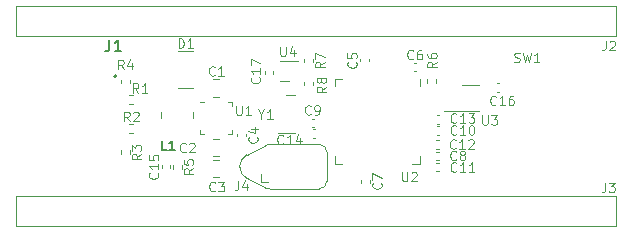
<source format=gbr>
%TF.GenerationSoftware,KiCad,Pcbnew,8.0.0-rc2-179-gceb8beb8c4*%
%TF.CreationDate,2024-02-16T13:12:57+01:00*%
%TF.ProjectId,CAT_MEP,4341545f-4d45-4502-9e6b-696361645f70,rev?*%
%TF.SameCoordinates,Original*%
%TF.FileFunction,Legend,Top*%
%TF.FilePolarity,Positive*%
%FSLAX46Y46*%
G04 Gerber Fmt 4.6, Leading zero omitted, Abs format (unit mm)*
G04 Created by KiCad (PCBNEW 8.0.0-rc2-179-gceb8beb8c4) date 2024-02-16 13:12:57*
%MOMM*%
%LPD*%
G01*
G04 APERTURE LIST*
%ADD10C,0.150000*%
%ADD11C,0.120000*%
%ADD12C,0.200000*%
%ADD13C,0.100000*%
G04 APERTURE END LIST*
D10*
X107666666Y-45454819D02*
X107666666Y-46169104D01*
X107666666Y-46169104D02*
X107619047Y-46311961D01*
X107619047Y-46311961D02*
X107523809Y-46407200D01*
X107523809Y-46407200D02*
X107380952Y-46454819D01*
X107380952Y-46454819D02*
X107285714Y-46454819D01*
X108666666Y-46454819D02*
X108095238Y-46454819D01*
X108380952Y-46454819D02*
X108380952Y-45454819D01*
X108380952Y-45454819D02*
X108285714Y-45597676D01*
X108285714Y-45597676D02*
X108190476Y-45692914D01*
X108190476Y-45692914D02*
X108095238Y-45740533D01*
D11*
X118583333Y-57413855D02*
X118583333Y-57985283D01*
X118583333Y-57985283D02*
X118545238Y-58099569D01*
X118545238Y-58099569D02*
X118469047Y-58175760D01*
X118469047Y-58175760D02*
X118354762Y-58213855D01*
X118354762Y-58213855D02*
X118278571Y-58213855D01*
X119307143Y-57680521D02*
X119307143Y-58213855D01*
X119116667Y-57375760D02*
X118926190Y-57947188D01*
X118926190Y-57947188D02*
X119421429Y-57947188D01*
X108866668Y-47963854D02*
X108600001Y-47582901D01*
X108409525Y-47963854D02*
X108409525Y-47163854D01*
X108409525Y-47163854D02*
X108714287Y-47163854D01*
X108714287Y-47163854D02*
X108790477Y-47201949D01*
X108790477Y-47201949D02*
X108828572Y-47240044D01*
X108828572Y-47240044D02*
X108866668Y-47316235D01*
X108866668Y-47316235D02*
X108866668Y-47430520D01*
X108866668Y-47430520D02*
X108828572Y-47506711D01*
X108828572Y-47506711D02*
X108790477Y-47544806D01*
X108790477Y-47544806D02*
X108714287Y-47582901D01*
X108714287Y-47582901D02*
X108409525Y-47582901D01*
X109552382Y-47430520D02*
X109552382Y-47963854D01*
X109361906Y-47125759D02*
X109171429Y-47697187D01*
X109171429Y-47697187D02*
X109666668Y-47697187D01*
X122385714Y-54237664D02*
X122347618Y-54275760D01*
X122347618Y-54275760D02*
X122233333Y-54313855D01*
X122233333Y-54313855D02*
X122157142Y-54313855D01*
X122157142Y-54313855D02*
X122042856Y-54275760D01*
X122042856Y-54275760D02*
X121966666Y-54199569D01*
X121966666Y-54199569D02*
X121928571Y-54123379D01*
X121928571Y-54123379D02*
X121890475Y-53970998D01*
X121890475Y-53970998D02*
X121890475Y-53856712D01*
X121890475Y-53856712D02*
X121928571Y-53704331D01*
X121928571Y-53704331D02*
X121966666Y-53628140D01*
X121966666Y-53628140D02*
X122042856Y-53551950D01*
X122042856Y-53551950D02*
X122157142Y-53513855D01*
X122157142Y-53513855D02*
X122233333Y-53513855D01*
X122233333Y-53513855D02*
X122347618Y-53551950D01*
X122347618Y-53551950D02*
X122385714Y-53590045D01*
X123147618Y-54313855D02*
X122690475Y-54313855D01*
X122919047Y-54313855D02*
X122919047Y-53513855D01*
X122919047Y-53513855D02*
X122842856Y-53628140D01*
X122842856Y-53628140D02*
X122766666Y-53704331D01*
X122766666Y-53704331D02*
X122690475Y-53742426D01*
X123833333Y-53780521D02*
X123833333Y-54313855D01*
X123642857Y-53475760D02*
X123452380Y-54047188D01*
X123452380Y-54047188D02*
X123947619Y-54047188D01*
X124716667Y-51737664D02*
X124678571Y-51775760D01*
X124678571Y-51775760D02*
X124564286Y-51813855D01*
X124564286Y-51813855D02*
X124488095Y-51813855D01*
X124488095Y-51813855D02*
X124373809Y-51775760D01*
X124373809Y-51775760D02*
X124297619Y-51699569D01*
X124297619Y-51699569D02*
X124259524Y-51623379D01*
X124259524Y-51623379D02*
X124221428Y-51470998D01*
X124221428Y-51470998D02*
X124221428Y-51356712D01*
X124221428Y-51356712D02*
X124259524Y-51204331D01*
X124259524Y-51204331D02*
X124297619Y-51128140D01*
X124297619Y-51128140D02*
X124373809Y-51051950D01*
X124373809Y-51051950D02*
X124488095Y-51013855D01*
X124488095Y-51013855D02*
X124564286Y-51013855D01*
X124564286Y-51013855D02*
X124678571Y-51051950D01*
X124678571Y-51051950D02*
X124716667Y-51090045D01*
X125097619Y-51813855D02*
X125250000Y-51813855D01*
X125250000Y-51813855D02*
X125326190Y-51775760D01*
X125326190Y-51775760D02*
X125364286Y-51737664D01*
X125364286Y-51737664D02*
X125440476Y-51623379D01*
X125440476Y-51623379D02*
X125478571Y-51470998D01*
X125478571Y-51470998D02*
X125478571Y-51166236D01*
X125478571Y-51166236D02*
X125440476Y-51090045D01*
X125440476Y-51090045D02*
X125402381Y-51051950D01*
X125402381Y-51051950D02*
X125326190Y-51013855D01*
X125326190Y-51013855D02*
X125173809Y-51013855D01*
X125173809Y-51013855D02*
X125097619Y-51051950D01*
X125097619Y-51051950D02*
X125059524Y-51090045D01*
X125059524Y-51090045D02*
X125021428Y-51166236D01*
X125021428Y-51166236D02*
X125021428Y-51356712D01*
X125021428Y-51356712D02*
X125059524Y-51432902D01*
X125059524Y-51432902D02*
X125097619Y-51470998D01*
X125097619Y-51470998D02*
X125173809Y-51509093D01*
X125173809Y-51509093D02*
X125326190Y-51509093D01*
X125326190Y-51509093D02*
X125402381Y-51470998D01*
X125402381Y-51470998D02*
X125440476Y-51432902D01*
X125440476Y-51432902D02*
X125478571Y-51356712D01*
X126013855Y-49433332D02*
X125632902Y-49699999D01*
X126013855Y-49890475D02*
X125213855Y-49890475D01*
X125213855Y-49890475D02*
X125213855Y-49585713D01*
X125213855Y-49585713D02*
X125251950Y-49509523D01*
X125251950Y-49509523D02*
X125290045Y-49471428D01*
X125290045Y-49471428D02*
X125366236Y-49433332D01*
X125366236Y-49433332D02*
X125480521Y-49433332D01*
X125480521Y-49433332D02*
X125556712Y-49471428D01*
X125556712Y-49471428D02*
X125594807Y-49509523D01*
X125594807Y-49509523D02*
X125632902Y-49585713D01*
X125632902Y-49585713D02*
X125632902Y-49890475D01*
X125556712Y-48976190D02*
X125518617Y-49052380D01*
X125518617Y-49052380D02*
X125480521Y-49090475D01*
X125480521Y-49090475D02*
X125404331Y-49128571D01*
X125404331Y-49128571D02*
X125366236Y-49128571D01*
X125366236Y-49128571D02*
X125290045Y-49090475D01*
X125290045Y-49090475D02*
X125251950Y-49052380D01*
X125251950Y-49052380D02*
X125213855Y-48976190D01*
X125213855Y-48976190D02*
X125213855Y-48823809D01*
X125213855Y-48823809D02*
X125251950Y-48747618D01*
X125251950Y-48747618D02*
X125290045Y-48709523D01*
X125290045Y-48709523D02*
X125366236Y-48671428D01*
X125366236Y-48671428D02*
X125404331Y-48671428D01*
X125404331Y-48671428D02*
X125480521Y-48709523D01*
X125480521Y-48709523D02*
X125518617Y-48747618D01*
X125518617Y-48747618D02*
X125556712Y-48823809D01*
X125556712Y-48823809D02*
X125556712Y-48976190D01*
X125556712Y-48976190D02*
X125594807Y-49052380D01*
X125594807Y-49052380D02*
X125632902Y-49090475D01*
X125632902Y-49090475D02*
X125709093Y-49128571D01*
X125709093Y-49128571D02*
X125861474Y-49128571D01*
X125861474Y-49128571D02*
X125937664Y-49090475D01*
X125937664Y-49090475D02*
X125975760Y-49052380D01*
X125975760Y-49052380D02*
X126013855Y-48976190D01*
X126013855Y-48976190D02*
X126013855Y-48823809D01*
X126013855Y-48823809D02*
X125975760Y-48747618D01*
X125975760Y-48747618D02*
X125937664Y-48709523D01*
X125937664Y-48709523D02*
X125861474Y-48671428D01*
X125861474Y-48671428D02*
X125709093Y-48671428D01*
X125709093Y-48671428D02*
X125632902Y-48709523D01*
X125632902Y-48709523D02*
X125594807Y-48747618D01*
X125594807Y-48747618D02*
X125556712Y-48823809D01*
X122140476Y-46063855D02*
X122140476Y-46711474D01*
X122140476Y-46711474D02*
X122178571Y-46787664D01*
X122178571Y-46787664D02*
X122216666Y-46825760D01*
X122216666Y-46825760D02*
X122292857Y-46863855D01*
X122292857Y-46863855D02*
X122445238Y-46863855D01*
X122445238Y-46863855D02*
X122521428Y-46825760D01*
X122521428Y-46825760D02*
X122559523Y-46787664D01*
X122559523Y-46787664D02*
X122597619Y-46711474D01*
X122597619Y-46711474D02*
X122597619Y-46063855D01*
X123321428Y-46330521D02*
X123321428Y-46863855D01*
X123130952Y-46025760D02*
X122940475Y-46597188D01*
X122940475Y-46597188D02*
X123435714Y-46597188D01*
X120337664Y-48664285D02*
X120375760Y-48702381D01*
X120375760Y-48702381D02*
X120413855Y-48816666D01*
X120413855Y-48816666D02*
X120413855Y-48892857D01*
X120413855Y-48892857D02*
X120375760Y-49007143D01*
X120375760Y-49007143D02*
X120299569Y-49083333D01*
X120299569Y-49083333D02*
X120223379Y-49121428D01*
X120223379Y-49121428D02*
X120070998Y-49159524D01*
X120070998Y-49159524D02*
X119956712Y-49159524D01*
X119956712Y-49159524D02*
X119804331Y-49121428D01*
X119804331Y-49121428D02*
X119728140Y-49083333D01*
X119728140Y-49083333D02*
X119651950Y-49007143D01*
X119651950Y-49007143D02*
X119613855Y-48892857D01*
X119613855Y-48892857D02*
X119613855Y-48816666D01*
X119613855Y-48816666D02*
X119651950Y-48702381D01*
X119651950Y-48702381D02*
X119690045Y-48664285D01*
X120413855Y-47902381D02*
X120413855Y-48359524D01*
X120413855Y-48130952D02*
X119613855Y-48130952D01*
X119613855Y-48130952D02*
X119728140Y-48207143D01*
X119728140Y-48207143D02*
X119804331Y-48283333D01*
X119804331Y-48283333D02*
X119842426Y-48359524D01*
X119613855Y-47635714D02*
X119613855Y-47102380D01*
X119613855Y-47102380D02*
X120413855Y-47445238D01*
X149683333Y-45563855D02*
X149683333Y-46135283D01*
X149683333Y-46135283D02*
X149645238Y-46249569D01*
X149645238Y-46249569D02*
X149569047Y-46325760D01*
X149569047Y-46325760D02*
X149454762Y-46363855D01*
X149454762Y-46363855D02*
X149378571Y-46363855D01*
X150026190Y-45640045D02*
X150064286Y-45601950D01*
X150064286Y-45601950D02*
X150140476Y-45563855D01*
X150140476Y-45563855D02*
X150330952Y-45563855D01*
X150330952Y-45563855D02*
X150407143Y-45601950D01*
X150407143Y-45601950D02*
X150445238Y-45640045D01*
X150445238Y-45640045D02*
X150483333Y-45716236D01*
X150483333Y-45716236D02*
X150483333Y-45792426D01*
X150483333Y-45792426D02*
X150445238Y-45906712D01*
X150445238Y-45906712D02*
X149988095Y-46363855D01*
X149988095Y-46363855D02*
X150483333Y-46363855D01*
X136985714Y-54637664D02*
X136947618Y-54675760D01*
X136947618Y-54675760D02*
X136833333Y-54713855D01*
X136833333Y-54713855D02*
X136757142Y-54713855D01*
X136757142Y-54713855D02*
X136642856Y-54675760D01*
X136642856Y-54675760D02*
X136566666Y-54599569D01*
X136566666Y-54599569D02*
X136528571Y-54523379D01*
X136528571Y-54523379D02*
X136490475Y-54370998D01*
X136490475Y-54370998D02*
X136490475Y-54256712D01*
X136490475Y-54256712D02*
X136528571Y-54104331D01*
X136528571Y-54104331D02*
X136566666Y-54028140D01*
X136566666Y-54028140D02*
X136642856Y-53951950D01*
X136642856Y-53951950D02*
X136757142Y-53913855D01*
X136757142Y-53913855D02*
X136833333Y-53913855D01*
X136833333Y-53913855D02*
X136947618Y-53951950D01*
X136947618Y-53951950D02*
X136985714Y-53990045D01*
X137747618Y-54713855D02*
X137290475Y-54713855D01*
X137519047Y-54713855D02*
X137519047Y-53913855D01*
X137519047Y-53913855D02*
X137442856Y-54028140D01*
X137442856Y-54028140D02*
X137366666Y-54104331D01*
X137366666Y-54104331D02*
X137290475Y-54142426D01*
X138052380Y-53990045D02*
X138090476Y-53951950D01*
X138090476Y-53951950D02*
X138166666Y-53913855D01*
X138166666Y-53913855D02*
X138357142Y-53913855D01*
X138357142Y-53913855D02*
X138433333Y-53951950D01*
X138433333Y-53951950D02*
X138471428Y-53990045D01*
X138471428Y-53990045D02*
X138509523Y-54066236D01*
X138509523Y-54066236D02*
X138509523Y-54142426D01*
X138509523Y-54142426D02*
X138471428Y-54256712D01*
X138471428Y-54256712D02*
X138014285Y-54713855D01*
X138014285Y-54713855D02*
X138509523Y-54713855D01*
X116566667Y-48437664D02*
X116528571Y-48475760D01*
X116528571Y-48475760D02*
X116414286Y-48513855D01*
X116414286Y-48513855D02*
X116338095Y-48513855D01*
X116338095Y-48513855D02*
X116223809Y-48475760D01*
X116223809Y-48475760D02*
X116147619Y-48399569D01*
X116147619Y-48399569D02*
X116109524Y-48323379D01*
X116109524Y-48323379D02*
X116071428Y-48170998D01*
X116071428Y-48170998D02*
X116071428Y-48056712D01*
X116071428Y-48056712D02*
X116109524Y-47904331D01*
X116109524Y-47904331D02*
X116147619Y-47828140D01*
X116147619Y-47828140D02*
X116223809Y-47751950D01*
X116223809Y-47751950D02*
X116338095Y-47713855D01*
X116338095Y-47713855D02*
X116414286Y-47713855D01*
X116414286Y-47713855D02*
X116528571Y-47751950D01*
X116528571Y-47751950D02*
X116566667Y-47790045D01*
X117328571Y-48513855D02*
X116871428Y-48513855D01*
X117100000Y-48513855D02*
X117100000Y-47713855D01*
X117100000Y-47713855D02*
X117023809Y-47828140D01*
X117023809Y-47828140D02*
X116947619Y-47904331D01*
X116947619Y-47904331D02*
X116871428Y-47942426D01*
X110116667Y-49963855D02*
X109850000Y-49582902D01*
X109659524Y-49963855D02*
X109659524Y-49163855D01*
X109659524Y-49163855D02*
X109964286Y-49163855D01*
X109964286Y-49163855D02*
X110040476Y-49201950D01*
X110040476Y-49201950D02*
X110078571Y-49240045D01*
X110078571Y-49240045D02*
X110116667Y-49316236D01*
X110116667Y-49316236D02*
X110116667Y-49430521D01*
X110116667Y-49430521D02*
X110078571Y-49506712D01*
X110078571Y-49506712D02*
X110040476Y-49544807D01*
X110040476Y-49544807D02*
X109964286Y-49582902D01*
X109964286Y-49582902D02*
X109659524Y-49582902D01*
X110878571Y-49963855D02*
X110421428Y-49963855D01*
X110650000Y-49963855D02*
X110650000Y-49163855D01*
X110650000Y-49163855D02*
X110573809Y-49278140D01*
X110573809Y-49278140D02*
X110497619Y-49354331D01*
X110497619Y-49354331D02*
X110421428Y-49392426D01*
X120519048Y-51782902D02*
X120519048Y-52163855D01*
X120252381Y-51363855D02*
X120519048Y-51782902D01*
X120519048Y-51782902D02*
X120785714Y-51363855D01*
X121471428Y-52163855D02*
X121014285Y-52163855D01*
X121242857Y-52163855D02*
X121242857Y-51363855D01*
X121242857Y-51363855D02*
X121166666Y-51478140D01*
X121166666Y-51478140D02*
X121090476Y-51554331D01*
X121090476Y-51554331D02*
X121014285Y-51592426D01*
X137016667Y-55587664D02*
X136978571Y-55625760D01*
X136978571Y-55625760D02*
X136864286Y-55663855D01*
X136864286Y-55663855D02*
X136788095Y-55663855D01*
X136788095Y-55663855D02*
X136673809Y-55625760D01*
X136673809Y-55625760D02*
X136597619Y-55549569D01*
X136597619Y-55549569D02*
X136559524Y-55473379D01*
X136559524Y-55473379D02*
X136521428Y-55320998D01*
X136521428Y-55320998D02*
X136521428Y-55206712D01*
X136521428Y-55206712D02*
X136559524Y-55054331D01*
X136559524Y-55054331D02*
X136597619Y-54978140D01*
X136597619Y-54978140D02*
X136673809Y-54901950D01*
X136673809Y-54901950D02*
X136788095Y-54863855D01*
X136788095Y-54863855D02*
X136864286Y-54863855D01*
X136864286Y-54863855D02*
X136978571Y-54901950D01*
X136978571Y-54901950D02*
X137016667Y-54940045D01*
X137473809Y-55206712D02*
X137397619Y-55168617D01*
X137397619Y-55168617D02*
X137359524Y-55130521D01*
X137359524Y-55130521D02*
X137321428Y-55054331D01*
X137321428Y-55054331D02*
X137321428Y-55016236D01*
X137321428Y-55016236D02*
X137359524Y-54940045D01*
X137359524Y-54940045D02*
X137397619Y-54901950D01*
X137397619Y-54901950D02*
X137473809Y-54863855D01*
X137473809Y-54863855D02*
X137626190Y-54863855D01*
X137626190Y-54863855D02*
X137702381Y-54901950D01*
X137702381Y-54901950D02*
X137740476Y-54940045D01*
X137740476Y-54940045D02*
X137778571Y-55016236D01*
X137778571Y-55016236D02*
X137778571Y-55054331D01*
X137778571Y-55054331D02*
X137740476Y-55130521D01*
X137740476Y-55130521D02*
X137702381Y-55168617D01*
X137702381Y-55168617D02*
X137626190Y-55206712D01*
X137626190Y-55206712D02*
X137473809Y-55206712D01*
X137473809Y-55206712D02*
X137397619Y-55244807D01*
X137397619Y-55244807D02*
X137359524Y-55282902D01*
X137359524Y-55282902D02*
X137321428Y-55359093D01*
X137321428Y-55359093D02*
X137321428Y-55511474D01*
X137321428Y-55511474D02*
X137359524Y-55587664D01*
X137359524Y-55587664D02*
X137397619Y-55625760D01*
X137397619Y-55625760D02*
X137473809Y-55663855D01*
X137473809Y-55663855D02*
X137626190Y-55663855D01*
X137626190Y-55663855D02*
X137702381Y-55625760D01*
X137702381Y-55625760D02*
X137740476Y-55587664D01*
X137740476Y-55587664D02*
X137778571Y-55511474D01*
X137778571Y-55511474D02*
X137778571Y-55359093D01*
X137778571Y-55359093D02*
X137740476Y-55282902D01*
X137740476Y-55282902D02*
X137702381Y-55244807D01*
X137702381Y-55244807D02*
X137626190Y-55206712D01*
D10*
X112516666Y-54812295D02*
X112135714Y-54812295D01*
X112135714Y-54812295D02*
X112135714Y-54012295D01*
X113202380Y-54812295D02*
X112745237Y-54812295D01*
X112973809Y-54812295D02*
X112973809Y-54012295D01*
X112973809Y-54012295D02*
X112897618Y-54126580D01*
X112897618Y-54126580D02*
X112821428Y-54202771D01*
X112821428Y-54202771D02*
X112745237Y-54240866D01*
D11*
X114116667Y-54937664D02*
X114078571Y-54975760D01*
X114078571Y-54975760D02*
X113964286Y-55013855D01*
X113964286Y-55013855D02*
X113888095Y-55013855D01*
X113888095Y-55013855D02*
X113773809Y-54975760D01*
X113773809Y-54975760D02*
X113697619Y-54899569D01*
X113697619Y-54899569D02*
X113659524Y-54823379D01*
X113659524Y-54823379D02*
X113621428Y-54670998D01*
X113621428Y-54670998D02*
X113621428Y-54556712D01*
X113621428Y-54556712D02*
X113659524Y-54404331D01*
X113659524Y-54404331D02*
X113697619Y-54328140D01*
X113697619Y-54328140D02*
X113773809Y-54251950D01*
X113773809Y-54251950D02*
X113888095Y-54213855D01*
X113888095Y-54213855D02*
X113964286Y-54213855D01*
X113964286Y-54213855D02*
X114078571Y-54251950D01*
X114078571Y-54251950D02*
X114116667Y-54290045D01*
X114421428Y-54290045D02*
X114459524Y-54251950D01*
X114459524Y-54251950D02*
X114535714Y-54213855D01*
X114535714Y-54213855D02*
X114726190Y-54213855D01*
X114726190Y-54213855D02*
X114802381Y-54251950D01*
X114802381Y-54251950D02*
X114840476Y-54290045D01*
X114840476Y-54290045D02*
X114878571Y-54366236D01*
X114878571Y-54366236D02*
X114878571Y-54442426D01*
X114878571Y-54442426D02*
X114840476Y-54556712D01*
X114840476Y-54556712D02*
X114383333Y-55013855D01*
X114383333Y-55013855D02*
X114878571Y-55013855D01*
X149633334Y-57563854D02*
X149633334Y-58135282D01*
X149633334Y-58135282D02*
X149595239Y-58249568D01*
X149595239Y-58249568D02*
X149519048Y-58325759D01*
X149519048Y-58325759D02*
X149404763Y-58363854D01*
X149404763Y-58363854D02*
X149328572Y-58363854D01*
X149938096Y-57563854D02*
X150433334Y-57563854D01*
X150433334Y-57563854D02*
X150166668Y-57868616D01*
X150166668Y-57868616D02*
X150280953Y-57868616D01*
X150280953Y-57868616D02*
X150357144Y-57906711D01*
X150357144Y-57906711D02*
X150395239Y-57944806D01*
X150395239Y-57944806D02*
X150433334Y-58020997D01*
X150433334Y-58020997D02*
X150433334Y-58211473D01*
X150433334Y-58211473D02*
X150395239Y-58287663D01*
X150395239Y-58287663D02*
X150357144Y-58325759D01*
X150357144Y-58325759D02*
X150280953Y-58363854D01*
X150280953Y-58363854D02*
X150052382Y-58363854D01*
X150052382Y-58363854D02*
X149976191Y-58325759D01*
X149976191Y-58325759D02*
X149938096Y-58287663D01*
X130639629Y-57595774D02*
X130677725Y-57633870D01*
X130677725Y-57633870D02*
X130715820Y-57748155D01*
X130715820Y-57748155D02*
X130715820Y-57824346D01*
X130715820Y-57824346D02*
X130677725Y-57938632D01*
X130677725Y-57938632D02*
X130601534Y-58014822D01*
X130601534Y-58014822D02*
X130525344Y-58052917D01*
X130525344Y-58052917D02*
X130372963Y-58091013D01*
X130372963Y-58091013D02*
X130258677Y-58091013D01*
X130258677Y-58091013D02*
X130106296Y-58052917D01*
X130106296Y-58052917D02*
X130030105Y-58014822D01*
X130030105Y-58014822D02*
X129953915Y-57938632D01*
X129953915Y-57938632D02*
X129915820Y-57824346D01*
X129915820Y-57824346D02*
X129915820Y-57748155D01*
X129915820Y-57748155D02*
X129953915Y-57633870D01*
X129953915Y-57633870D02*
X129992010Y-57595774D01*
X129915820Y-57329108D02*
X129915820Y-56795774D01*
X129915820Y-56795774D02*
X130715820Y-57138632D01*
X114763855Y-56353332D02*
X114382902Y-56619999D01*
X114763855Y-56810475D02*
X113963855Y-56810475D01*
X113963855Y-56810475D02*
X113963855Y-56505713D01*
X113963855Y-56505713D02*
X114001950Y-56429523D01*
X114001950Y-56429523D02*
X114040045Y-56391428D01*
X114040045Y-56391428D02*
X114116236Y-56353332D01*
X114116236Y-56353332D02*
X114230521Y-56353332D01*
X114230521Y-56353332D02*
X114306712Y-56391428D01*
X114306712Y-56391428D02*
X114344807Y-56429523D01*
X114344807Y-56429523D02*
X114382902Y-56505713D01*
X114382902Y-56505713D02*
X114382902Y-56810475D01*
X113963855Y-55629523D02*
X113963855Y-56010475D01*
X113963855Y-56010475D02*
X114344807Y-56048571D01*
X114344807Y-56048571D02*
X114306712Y-56010475D01*
X114306712Y-56010475D02*
X114268617Y-55934285D01*
X114268617Y-55934285D02*
X114268617Y-55743809D01*
X114268617Y-55743809D02*
X114306712Y-55667618D01*
X114306712Y-55667618D02*
X114344807Y-55629523D01*
X114344807Y-55629523D02*
X114420998Y-55591428D01*
X114420998Y-55591428D02*
X114611474Y-55591428D01*
X114611474Y-55591428D02*
X114687664Y-55629523D01*
X114687664Y-55629523D02*
X114725760Y-55667618D01*
X114725760Y-55667618D02*
X114763855Y-55743809D01*
X114763855Y-55743809D02*
X114763855Y-55934285D01*
X114763855Y-55934285D02*
X114725760Y-56010475D01*
X114725760Y-56010475D02*
X114687664Y-56048571D01*
X113509524Y-46163855D02*
X113509524Y-45363855D01*
X113509524Y-45363855D02*
X113700000Y-45363855D01*
X113700000Y-45363855D02*
X113814286Y-45401950D01*
X113814286Y-45401950D02*
X113890476Y-45478140D01*
X113890476Y-45478140D02*
X113928571Y-45554331D01*
X113928571Y-45554331D02*
X113966667Y-45706712D01*
X113966667Y-45706712D02*
X113966667Y-45820998D01*
X113966667Y-45820998D02*
X113928571Y-45973379D01*
X113928571Y-45973379D02*
X113890476Y-46049569D01*
X113890476Y-46049569D02*
X113814286Y-46125760D01*
X113814286Y-46125760D02*
X113700000Y-46163855D01*
X113700000Y-46163855D02*
X113509524Y-46163855D01*
X114728571Y-46163855D02*
X114271428Y-46163855D01*
X114500000Y-46163855D02*
X114500000Y-45363855D01*
X114500000Y-45363855D02*
X114423809Y-45478140D01*
X114423809Y-45478140D02*
X114347619Y-45554331D01*
X114347619Y-45554331D02*
X114271428Y-45592426D01*
X118390476Y-51063855D02*
X118390476Y-51711474D01*
X118390476Y-51711474D02*
X118428571Y-51787664D01*
X118428571Y-51787664D02*
X118466666Y-51825760D01*
X118466666Y-51825760D02*
X118542857Y-51863855D01*
X118542857Y-51863855D02*
X118695238Y-51863855D01*
X118695238Y-51863855D02*
X118771428Y-51825760D01*
X118771428Y-51825760D02*
X118809523Y-51787664D01*
X118809523Y-51787664D02*
X118847619Y-51711474D01*
X118847619Y-51711474D02*
X118847619Y-51063855D01*
X119647618Y-51863855D02*
X119190475Y-51863855D01*
X119419047Y-51863855D02*
X119419047Y-51063855D01*
X119419047Y-51063855D02*
X119342856Y-51178140D01*
X119342856Y-51178140D02*
X119266666Y-51254331D01*
X119266666Y-51254331D02*
X119190475Y-51292426D01*
X135363855Y-47333332D02*
X134982902Y-47599999D01*
X135363855Y-47790475D02*
X134563855Y-47790475D01*
X134563855Y-47790475D02*
X134563855Y-47485713D01*
X134563855Y-47485713D02*
X134601950Y-47409523D01*
X134601950Y-47409523D02*
X134640045Y-47371428D01*
X134640045Y-47371428D02*
X134716236Y-47333332D01*
X134716236Y-47333332D02*
X134830521Y-47333332D01*
X134830521Y-47333332D02*
X134906712Y-47371428D01*
X134906712Y-47371428D02*
X134944807Y-47409523D01*
X134944807Y-47409523D02*
X134982902Y-47485713D01*
X134982902Y-47485713D02*
X134982902Y-47790475D01*
X134563855Y-46647618D02*
X134563855Y-46799999D01*
X134563855Y-46799999D02*
X134601950Y-46876190D01*
X134601950Y-46876190D02*
X134640045Y-46914285D01*
X134640045Y-46914285D02*
X134754331Y-46990475D01*
X134754331Y-46990475D02*
X134906712Y-47028571D01*
X134906712Y-47028571D02*
X135211474Y-47028571D01*
X135211474Y-47028571D02*
X135287664Y-46990475D01*
X135287664Y-46990475D02*
X135325760Y-46952380D01*
X135325760Y-46952380D02*
X135363855Y-46876190D01*
X135363855Y-46876190D02*
X135363855Y-46723809D01*
X135363855Y-46723809D02*
X135325760Y-46647618D01*
X135325760Y-46647618D02*
X135287664Y-46609523D01*
X135287664Y-46609523D02*
X135211474Y-46571428D01*
X135211474Y-46571428D02*
X135020998Y-46571428D01*
X135020998Y-46571428D02*
X134944807Y-46609523D01*
X134944807Y-46609523D02*
X134906712Y-46647618D01*
X134906712Y-46647618D02*
X134868617Y-46723809D01*
X134868617Y-46723809D02*
X134868617Y-46876190D01*
X134868617Y-46876190D02*
X134906712Y-46952380D01*
X134906712Y-46952380D02*
X134944807Y-46990475D01*
X134944807Y-46990475D02*
X135020998Y-47028571D01*
X139240476Y-51863855D02*
X139240476Y-52511474D01*
X139240476Y-52511474D02*
X139278571Y-52587664D01*
X139278571Y-52587664D02*
X139316666Y-52625760D01*
X139316666Y-52625760D02*
X139392857Y-52663855D01*
X139392857Y-52663855D02*
X139545238Y-52663855D01*
X139545238Y-52663855D02*
X139621428Y-52625760D01*
X139621428Y-52625760D02*
X139659523Y-52587664D01*
X139659523Y-52587664D02*
X139697619Y-52511474D01*
X139697619Y-52511474D02*
X139697619Y-51863855D01*
X140002380Y-51863855D02*
X140497618Y-51863855D01*
X140497618Y-51863855D02*
X140230952Y-52168617D01*
X140230952Y-52168617D02*
X140345237Y-52168617D01*
X140345237Y-52168617D02*
X140421428Y-52206712D01*
X140421428Y-52206712D02*
X140459523Y-52244807D01*
X140459523Y-52244807D02*
X140497618Y-52320998D01*
X140497618Y-52320998D02*
X140497618Y-52511474D01*
X140497618Y-52511474D02*
X140459523Y-52587664D01*
X140459523Y-52587664D02*
X140421428Y-52625760D01*
X140421428Y-52625760D02*
X140345237Y-52663855D01*
X140345237Y-52663855D02*
X140116666Y-52663855D01*
X140116666Y-52663855D02*
X140040475Y-52625760D01*
X140040475Y-52625760D02*
X140002380Y-52587664D01*
X110363855Y-55133332D02*
X109982902Y-55399999D01*
X110363855Y-55590475D02*
X109563855Y-55590475D01*
X109563855Y-55590475D02*
X109563855Y-55285713D01*
X109563855Y-55285713D02*
X109601950Y-55209523D01*
X109601950Y-55209523D02*
X109640045Y-55171428D01*
X109640045Y-55171428D02*
X109716236Y-55133332D01*
X109716236Y-55133332D02*
X109830521Y-55133332D01*
X109830521Y-55133332D02*
X109906712Y-55171428D01*
X109906712Y-55171428D02*
X109944807Y-55209523D01*
X109944807Y-55209523D02*
X109982902Y-55285713D01*
X109982902Y-55285713D02*
X109982902Y-55590475D01*
X109563855Y-54866666D02*
X109563855Y-54371428D01*
X109563855Y-54371428D02*
X109868617Y-54638094D01*
X109868617Y-54638094D02*
X109868617Y-54523809D01*
X109868617Y-54523809D02*
X109906712Y-54447618D01*
X109906712Y-54447618D02*
X109944807Y-54409523D01*
X109944807Y-54409523D02*
X110020998Y-54371428D01*
X110020998Y-54371428D02*
X110211474Y-54371428D01*
X110211474Y-54371428D02*
X110287664Y-54409523D01*
X110287664Y-54409523D02*
X110325760Y-54447618D01*
X110325760Y-54447618D02*
X110363855Y-54523809D01*
X110363855Y-54523809D02*
X110363855Y-54752380D01*
X110363855Y-54752380D02*
X110325760Y-54828571D01*
X110325760Y-54828571D02*
X110287664Y-54866666D01*
X125888855Y-47358332D02*
X125507902Y-47624999D01*
X125888855Y-47815475D02*
X125088855Y-47815475D01*
X125088855Y-47815475D02*
X125088855Y-47510713D01*
X125088855Y-47510713D02*
X125126950Y-47434523D01*
X125126950Y-47434523D02*
X125165045Y-47396428D01*
X125165045Y-47396428D02*
X125241236Y-47358332D01*
X125241236Y-47358332D02*
X125355521Y-47358332D01*
X125355521Y-47358332D02*
X125431712Y-47396428D01*
X125431712Y-47396428D02*
X125469807Y-47434523D01*
X125469807Y-47434523D02*
X125507902Y-47510713D01*
X125507902Y-47510713D02*
X125507902Y-47815475D01*
X125088855Y-47091666D02*
X125088855Y-46558332D01*
X125088855Y-46558332D02*
X125888855Y-46901190D01*
X137035714Y-56587664D02*
X136997618Y-56625760D01*
X136997618Y-56625760D02*
X136883333Y-56663855D01*
X136883333Y-56663855D02*
X136807142Y-56663855D01*
X136807142Y-56663855D02*
X136692856Y-56625760D01*
X136692856Y-56625760D02*
X136616666Y-56549569D01*
X136616666Y-56549569D02*
X136578571Y-56473379D01*
X136578571Y-56473379D02*
X136540475Y-56320998D01*
X136540475Y-56320998D02*
X136540475Y-56206712D01*
X136540475Y-56206712D02*
X136578571Y-56054331D01*
X136578571Y-56054331D02*
X136616666Y-55978140D01*
X136616666Y-55978140D02*
X136692856Y-55901950D01*
X136692856Y-55901950D02*
X136807142Y-55863855D01*
X136807142Y-55863855D02*
X136883333Y-55863855D01*
X136883333Y-55863855D02*
X136997618Y-55901950D01*
X136997618Y-55901950D02*
X137035714Y-55940045D01*
X137797618Y-56663855D02*
X137340475Y-56663855D01*
X137569047Y-56663855D02*
X137569047Y-55863855D01*
X137569047Y-55863855D02*
X137492856Y-55978140D01*
X137492856Y-55978140D02*
X137416666Y-56054331D01*
X137416666Y-56054331D02*
X137340475Y-56092426D01*
X138559523Y-56663855D02*
X138102380Y-56663855D01*
X138330952Y-56663855D02*
X138330952Y-55863855D01*
X138330952Y-55863855D02*
X138254761Y-55978140D01*
X138254761Y-55978140D02*
X138178571Y-56054331D01*
X138178571Y-56054331D02*
X138102380Y-56092426D01*
X109366667Y-52363855D02*
X109100000Y-51982902D01*
X108909524Y-52363855D02*
X108909524Y-51563855D01*
X108909524Y-51563855D02*
X109214286Y-51563855D01*
X109214286Y-51563855D02*
X109290476Y-51601950D01*
X109290476Y-51601950D02*
X109328571Y-51640045D01*
X109328571Y-51640045D02*
X109366667Y-51716236D01*
X109366667Y-51716236D02*
X109366667Y-51830521D01*
X109366667Y-51830521D02*
X109328571Y-51906712D01*
X109328571Y-51906712D02*
X109290476Y-51944807D01*
X109290476Y-51944807D02*
X109214286Y-51982902D01*
X109214286Y-51982902D02*
X108909524Y-51982902D01*
X109671428Y-51640045D02*
X109709524Y-51601950D01*
X109709524Y-51601950D02*
X109785714Y-51563855D01*
X109785714Y-51563855D02*
X109976190Y-51563855D01*
X109976190Y-51563855D02*
X110052381Y-51601950D01*
X110052381Y-51601950D02*
X110090476Y-51640045D01*
X110090476Y-51640045D02*
X110128571Y-51716236D01*
X110128571Y-51716236D02*
X110128571Y-51792426D01*
X110128571Y-51792426D02*
X110090476Y-51906712D01*
X110090476Y-51906712D02*
X109633333Y-52363855D01*
X109633333Y-52363855D02*
X110128571Y-52363855D01*
X120137664Y-53683332D02*
X120175760Y-53721428D01*
X120175760Y-53721428D02*
X120213855Y-53835713D01*
X120213855Y-53835713D02*
X120213855Y-53911904D01*
X120213855Y-53911904D02*
X120175760Y-54026190D01*
X120175760Y-54026190D02*
X120099569Y-54102380D01*
X120099569Y-54102380D02*
X120023379Y-54140475D01*
X120023379Y-54140475D02*
X119870998Y-54178571D01*
X119870998Y-54178571D02*
X119756712Y-54178571D01*
X119756712Y-54178571D02*
X119604331Y-54140475D01*
X119604331Y-54140475D02*
X119528140Y-54102380D01*
X119528140Y-54102380D02*
X119451950Y-54026190D01*
X119451950Y-54026190D02*
X119413855Y-53911904D01*
X119413855Y-53911904D02*
X119413855Y-53835713D01*
X119413855Y-53835713D02*
X119451950Y-53721428D01*
X119451950Y-53721428D02*
X119490045Y-53683332D01*
X119680521Y-52997618D02*
X120213855Y-52997618D01*
X119375760Y-53188094D02*
X119947188Y-53378571D01*
X119947188Y-53378571D02*
X119947188Y-52883332D01*
X132440476Y-56663855D02*
X132440476Y-57311474D01*
X132440476Y-57311474D02*
X132478571Y-57387664D01*
X132478571Y-57387664D02*
X132516666Y-57425760D01*
X132516666Y-57425760D02*
X132592857Y-57463855D01*
X132592857Y-57463855D02*
X132745238Y-57463855D01*
X132745238Y-57463855D02*
X132821428Y-57425760D01*
X132821428Y-57425760D02*
X132859523Y-57387664D01*
X132859523Y-57387664D02*
X132897619Y-57311474D01*
X132897619Y-57311474D02*
X132897619Y-56663855D01*
X133240475Y-56740045D02*
X133278571Y-56701950D01*
X133278571Y-56701950D02*
X133354761Y-56663855D01*
X133354761Y-56663855D02*
X133545237Y-56663855D01*
X133545237Y-56663855D02*
X133621428Y-56701950D01*
X133621428Y-56701950D02*
X133659523Y-56740045D01*
X133659523Y-56740045D02*
X133697618Y-56816236D01*
X133697618Y-56816236D02*
X133697618Y-56892426D01*
X133697618Y-56892426D02*
X133659523Y-57006712D01*
X133659523Y-57006712D02*
X133202380Y-57463855D01*
X133202380Y-57463855D02*
X133697618Y-57463855D01*
X116616667Y-58237664D02*
X116578571Y-58275760D01*
X116578571Y-58275760D02*
X116464286Y-58313855D01*
X116464286Y-58313855D02*
X116388095Y-58313855D01*
X116388095Y-58313855D02*
X116273809Y-58275760D01*
X116273809Y-58275760D02*
X116197619Y-58199569D01*
X116197619Y-58199569D02*
X116159524Y-58123379D01*
X116159524Y-58123379D02*
X116121428Y-57970998D01*
X116121428Y-57970998D02*
X116121428Y-57856712D01*
X116121428Y-57856712D02*
X116159524Y-57704331D01*
X116159524Y-57704331D02*
X116197619Y-57628140D01*
X116197619Y-57628140D02*
X116273809Y-57551950D01*
X116273809Y-57551950D02*
X116388095Y-57513855D01*
X116388095Y-57513855D02*
X116464286Y-57513855D01*
X116464286Y-57513855D02*
X116578571Y-57551950D01*
X116578571Y-57551950D02*
X116616667Y-57590045D01*
X116883333Y-57513855D02*
X117378571Y-57513855D01*
X117378571Y-57513855D02*
X117111905Y-57818617D01*
X117111905Y-57818617D02*
X117226190Y-57818617D01*
X117226190Y-57818617D02*
X117302381Y-57856712D01*
X117302381Y-57856712D02*
X117340476Y-57894807D01*
X117340476Y-57894807D02*
X117378571Y-57970998D01*
X117378571Y-57970998D02*
X117378571Y-58161474D01*
X117378571Y-58161474D02*
X117340476Y-58237664D01*
X117340476Y-58237664D02*
X117302381Y-58275760D01*
X117302381Y-58275760D02*
X117226190Y-58313855D01*
X117226190Y-58313855D02*
X116997619Y-58313855D01*
X116997619Y-58313855D02*
X116921428Y-58275760D01*
X116921428Y-58275760D02*
X116883333Y-58237664D01*
X137035714Y-53437664D02*
X136997618Y-53475760D01*
X136997618Y-53475760D02*
X136883333Y-53513855D01*
X136883333Y-53513855D02*
X136807142Y-53513855D01*
X136807142Y-53513855D02*
X136692856Y-53475760D01*
X136692856Y-53475760D02*
X136616666Y-53399569D01*
X136616666Y-53399569D02*
X136578571Y-53323379D01*
X136578571Y-53323379D02*
X136540475Y-53170998D01*
X136540475Y-53170998D02*
X136540475Y-53056712D01*
X136540475Y-53056712D02*
X136578571Y-52904331D01*
X136578571Y-52904331D02*
X136616666Y-52828140D01*
X136616666Y-52828140D02*
X136692856Y-52751950D01*
X136692856Y-52751950D02*
X136807142Y-52713855D01*
X136807142Y-52713855D02*
X136883333Y-52713855D01*
X136883333Y-52713855D02*
X136997618Y-52751950D01*
X136997618Y-52751950D02*
X137035714Y-52790045D01*
X137797618Y-53513855D02*
X137340475Y-53513855D01*
X137569047Y-53513855D02*
X137569047Y-52713855D01*
X137569047Y-52713855D02*
X137492856Y-52828140D01*
X137492856Y-52828140D02*
X137416666Y-52904331D01*
X137416666Y-52904331D02*
X137340475Y-52942426D01*
X138292857Y-52713855D02*
X138369047Y-52713855D01*
X138369047Y-52713855D02*
X138445238Y-52751950D01*
X138445238Y-52751950D02*
X138483333Y-52790045D01*
X138483333Y-52790045D02*
X138521428Y-52866236D01*
X138521428Y-52866236D02*
X138559523Y-53018617D01*
X138559523Y-53018617D02*
X138559523Y-53209093D01*
X138559523Y-53209093D02*
X138521428Y-53361474D01*
X138521428Y-53361474D02*
X138483333Y-53437664D01*
X138483333Y-53437664D02*
X138445238Y-53475760D01*
X138445238Y-53475760D02*
X138369047Y-53513855D01*
X138369047Y-53513855D02*
X138292857Y-53513855D01*
X138292857Y-53513855D02*
X138216666Y-53475760D01*
X138216666Y-53475760D02*
X138178571Y-53437664D01*
X138178571Y-53437664D02*
X138140476Y-53361474D01*
X138140476Y-53361474D02*
X138102380Y-53209093D01*
X138102380Y-53209093D02*
X138102380Y-53018617D01*
X138102380Y-53018617D02*
X138140476Y-52866236D01*
X138140476Y-52866236D02*
X138178571Y-52790045D01*
X138178571Y-52790045D02*
X138216666Y-52751950D01*
X138216666Y-52751950D02*
X138292857Y-52713855D01*
X141933332Y-47325760D02*
X142047618Y-47363855D01*
X142047618Y-47363855D02*
X142238094Y-47363855D01*
X142238094Y-47363855D02*
X142314285Y-47325760D01*
X142314285Y-47325760D02*
X142352380Y-47287664D01*
X142352380Y-47287664D02*
X142390475Y-47211474D01*
X142390475Y-47211474D02*
X142390475Y-47135283D01*
X142390475Y-47135283D02*
X142352380Y-47059093D01*
X142352380Y-47059093D02*
X142314285Y-47020998D01*
X142314285Y-47020998D02*
X142238094Y-46982902D01*
X142238094Y-46982902D02*
X142085713Y-46944807D01*
X142085713Y-46944807D02*
X142009523Y-46906712D01*
X142009523Y-46906712D02*
X141971428Y-46868617D01*
X141971428Y-46868617D02*
X141933332Y-46792426D01*
X141933332Y-46792426D02*
X141933332Y-46716236D01*
X141933332Y-46716236D02*
X141971428Y-46640045D01*
X141971428Y-46640045D02*
X142009523Y-46601950D01*
X142009523Y-46601950D02*
X142085713Y-46563855D01*
X142085713Y-46563855D02*
X142276190Y-46563855D01*
X142276190Y-46563855D02*
X142390475Y-46601950D01*
X142657142Y-46563855D02*
X142847618Y-47363855D01*
X142847618Y-47363855D02*
X142999999Y-46792426D01*
X142999999Y-46792426D02*
X143152380Y-47363855D01*
X143152380Y-47363855D02*
X143342857Y-46563855D01*
X144066666Y-47363855D02*
X143609523Y-47363855D01*
X143838095Y-47363855D02*
X143838095Y-46563855D01*
X143838095Y-46563855D02*
X143761904Y-46678140D01*
X143761904Y-46678140D02*
X143685714Y-46754331D01*
X143685714Y-46754331D02*
X143609523Y-46792426D01*
X140385714Y-50937664D02*
X140347618Y-50975760D01*
X140347618Y-50975760D02*
X140233333Y-51013855D01*
X140233333Y-51013855D02*
X140157142Y-51013855D01*
X140157142Y-51013855D02*
X140042856Y-50975760D01*
X140042856Y-50975760D02*
X139966666Y-50899569D01*
X139966666Y-50899569D02*
X139928571Y-50823379D01*
X139928571Y-50823379D02*
X139890475Y-50670998D01*
X139890475Y-50670998D02*
X139890475Y-50556712D01*
X139890475Y-50556712D02*
X139928571Y-50404331D01*
X139928571Y-50404331D02*
X139966666Y-50328140D01*
X139966666Y-50328140D02*
X140042856Y-50251950D01*
X140042856Y-50251950D02*
X140157142Y-50213855D01*
X140157142Y-50213855D02*
X140233333Y-50213855D01*
X140233333Y-50213855D02*
X140347618Y-50251950D01*
X140347618Y-50251950D02*
X140385714Y-50290045D01*
X141147618Y-51013855D02*
X140690475Y-51013855D01*
X140919047Y-51013855D02*
X140919047Y-50213855D01*
X140919047Y-50213855D02*
X140842856Y-50328140D01*
X140842856Y-50328140D02*
X140766666Y-50404331D01*
X140766666Y-50404331D02*
X140690475Y-50442426D01*
X141833333Y-50213855D02*
X141680952Y-50213855D01*
X141680952Y-50213855D02*
X141604761Y-50251950D01*
X141604761Y-50251950D02*
X141566666Y-50290045D01*
X141566666Y-50290045D02*
X141490476Y-50404331D01*
X141490476Y-50404331D02*
X141452380Y-50556712D01*
X141452380Y-50556712D02*
X141452380Y-50861474D01*
X141452380Y-50861474D02*
X141490476Y-50937664D01*
X141490476Y-50937664D02*
X141528571Y-50975760D01*
X141528571Y-50975760D02*
X141604761Y-51013855D01*
X141604761Y-51013855D02*
X141757142Y-51013855D01*
X141757142Y-51013855D02*
X141833333Y-50975760D01*
X141833333Y-50975760D02*
X141871428Y-50937664D01*
X141871428Y-50937664D02*
X141909523Y-50861474D01*
X141909523Y-50861474D02*
X141909523Y-50670998D01*
X141909523Y-50670998D02*
X141871428Y-50594807D01*
X141871428Y-50594807D02*
X141833333Y-50556712D01*
X141833333Y-50556712D02*
X141757142Y-50518617D01*
X141757142Y-50518617D02*
X141604761Y-50518617D01*
X141604761Y-50518617D02*
X141528571Y-50556712D01*
X141528571Y-50556712D02*
X141490476Y-50594807D01*
X141490476Y-50594807D02*
X141452380Y-50670998D01*
X137035714Y-52437664D02*
X136997618Y-52475760D01*
X136997618Y-52475760D02*
X136883333Y-52513855D01*
X136883333Y-52513855D02*
X136807142Y-52513855D01*
X136807142Y-52513855D02*
X136692856Y-52475760D01*
X136692856Y-52475760D02*
X136616666Y-52399569D01*
X136616666Y-52399569D02*
X136578571Y-52323379D01*
X136578571Y-52323379D02*
X136540475Y-52170998D01*
X136540475Y-52170998D02*
X136540475Y-52056712D01*
X136540475Y-52056712D02*
X136578571Y-51904331D01*
X136578571Y-51904331D02*
X136616666Y-51828140D01*
X136616666Y-51828140D02*
X136692856Y-51751950D01*
X136692856Y-51751950D02*
X136807142Y-51713855D01*
X136807142Y-51713855D02*
X136883333Y-51713855D01*
X136883333Y-51713855D02*
X136997618Y-51751950D01*
X136997618Y-51751950D02*
X137035714Y-51790045D01*
X137797618Y-52513855D02*
X137340475Y-52513855D01*
X137569047Y-52513855D02*
X137569047Y-51713855D01*
X137569047Y-51713855D02*
X137492856Y-51828140D01*
X137492856Y-51828140D02*
X137416666Y-51904331D01*
X137416666Y-51904331D02*
X137340475Y-51942426D01*
X138064285Y-51713855D02*
X138559523Y-51713855D01*
X138559523Y-51713855D02*
X138292857Y-52018617D01*
X138292857Y-52018617D02*
X138407142Y-52018617D01*
X138407142Y-52018617D02*
X138483333Y-52056712D01*
X138483333Y-52056712D02*
X138521428Y-52094807D01*
X138521428Y-52094807D02*
X138559523Y-52170998D01*
X138559523Y-52170998D02*
X138559523Y-52361474D01*
X138559523Y-52361474D02*
X138521428Y-52437664D01*
X138521428Y-52437664D02*
X138483333Y-52475760D01*
X138483333Y-52475760D02*
X138407142Y-52513855D01*
X138407142Y-52513855D02*
X138178571Y-52513855D01*
X138178571Y-52513855D02*
X138102380Y-52475760D01*
X138102380Y-52475760D02*
X138064285Y-52437664D01*
X128537664Y-47333332D02*
X128575760Y-47371428D01*
X128575760Y-47371428D02*
X128613855Y-47485713D01*
X128613855Y-47485713D02*
X128613855Y-47561904D01*
X128613855Y-47561904D02*
X128575760Y-47676190D01*
X128575760Y-47676190D02*
X128499569Y-47752380D01*
X128499569Y-47752380D02*
X128423379Y-47790475D01*
X128423379Y-47790475D02*
X128270998Y-47828571D01*
X128270998Y-47828571D02*
X128156712Y-47828571D01*
X128156712Y-47828571D02*
X128004331Y-47790475D01*
X128004331Y-47790475D02*
X127928140Y-47752380D01*
X127928140Y-47752380D02*
X127851950Y-47676190D01*
X127851950Y-47676190D02*
X127813855Y-47561904D01*
X127813855Y-47561904D02*
X127813855Y-47485713D01*
X127813855Y-47485713D02*
X127851950Y-47371428D01*
X127851950Y-47371428D02*
X127890045Y-47333332D01*
X127813855Y-46609523D02*
X127813855Y-46990475D01*
X127813855Y-46990475D02*
X128194807Y-47028571D01*
X128194807Y-47028571D02*
X128156712Y-46990475D01*
X128156712Y-46990475D02*
X128118617Y-46914285D01*
X128118617Y-46914285D02*
X128118617Y-46723809D01*
X128118617Y-46723809D02*
X128156712Y-46647618D01*
X128156712Y-46647618D02*
X128194807Y-46609523D01*
X128194807Y-46609523D02*
X128270998Y-46571428D01*
X128270998Y-46571428D02*
X128461474Y-46571428D01*
X128461474Y-46571428D02*
X128537664Y-46609523D01*
X128537664Y-46609523D02*
X128575760Y-46647618D01*
X128575760Y-46647618D02*
X128613855Y-46723809D01*
X128613855Y-46723809D02*
X128613855Y-46914285D01*
X128613855Y-46914285D02*
X128575760Y-46990475D01*
X128575760Y-46990475D02*
X128537664Y-47028571D01*
X133391667Y-47062664D02*
X133353571Y-47100760D01*
X133353571Y-47100760D02*
X133239286Y-47138855D01*
X133239286Y-47138855D02*
X133163095Y-47138855D01*
X133163095Y-47138855D02*
X133048809Y-47100760D01*
X133048809Y-47100760D02*
X132972619Y-47024569D01*
X132972619Y-47024569D02*
X132934524Y-46948379D01*
X132934524Y-46948379D02*
X132896428Y-46795998D01*
X132896428Y-46795998D02*
X132896428Y-46681712D01*
X132896428Y-46681712D02*
X132934524Y-46529331D01*
X132934524Y-46529331D02*
X132972619Y-46453140D01*
X132972619Y-46453140D02*
X133048809Y-46376950D01*
X133048809Y-46376950D02*
X133163095Y-46338855D01*
X133163095Y-46338855D02*
X133239286Y-46338855D01*
X133239286Y-46338855D02*
X133353571Y-46376950D01*
X133353571Y-46376950D02*
X133391667Y-46415045D01*
X134077381Y-46338855D02*
X133925000Y-46338855D01*
X133925000Y-46338855D02*
X133848809Y-46376950D01*
X133848809Y-46376950D02*
X133810714Y-46415045D01*
X133810714Y-46415045D02*
X133734524Y-46529331D01*
X133734524Y-46529331D02*
X133696428Y-46681712D01*
X133696428Y-46681712D02*
X133696428Y-46986474D01*
X133696428Y-46986474D02*
X133734524Y-47062664D01*
X133734524Y-47062664D02*
X133772619Y-47100760D01*
X133772619Y-47100760D02*
X133848809Y-47138855D01*
X133848809Y-47138855D02*
X134001190Y-47138855D01*
X134001190Y-47138855D02*
X134077381Y-47100760D01*
X134077381Y-47100760D02*
X134115476Y-47062664D01*
X134115476Y-47062664D02*
X134153571Y-46986474D01*
X134153571Y-46986474D02*
X134153571Y-46795998D01*
X134153571Y-46795998D02*
X134115476Y-46719807D01*
X134115476Y-46719807D02*
X134077381Y-46681712D01*
X134077381Y-46681712D02*
X134001190Y-46643617D01*
X134001190Y-46643617D02*
X133848809Y-46643617D01*
X133848809Y-46643617D02*
X133772619Y-46681712D01*
X133772619Y-46681712D02*
X133734524Y-46719807D01*
X133734524Y-46719807D02*
X133696428Y-46795998D01*
X111737664Y-56734285D02*
X111775760Y-56772381D01*
X111775760Y-56772381D02*
X111813855Y-56886666D01*
X111813855Y-56886666D02*
X111813855Y-56962857D01*
X111813855Y-56962857D02*
X111775760Y-57077143D01*
X111775760Y-57077143D02*
X111699569Y-57153333D01*
X111699569Y-57153333D02*
X111623379Y-57191428D01*
X111623379Y-57191428D02*
X111470998Y-57229524D01*
X111470998Y-57229524D02*
X111356712Y-57229524D01*
X111356712Y-57229524D02*
X111204331Y-57191428D01*
X111204331Y-57191428D02*
X111128140Y-57153333D01*
X111128140Y-57153333D02*
X111051950Y-57077143D01*
X111051950Y-57077143D02*
X111013855Y-56962857D01*
X111013855Y-56962857D02*
X111013855Y-56886666D01*
X111013855Y-56886666D02*
X111051950Y-56772381D01*
X111051950Y-56772381D02*
X111090045Y-56734285D01*
X111813855Y-55972381D02*
X111813855Y-56429524D01*
X111813855Y-56200952D02*
X111013855Y-56200952D01*
X111013855Y-56200952D02*
X111128140Y-56277143D01*
X111128140Y-56277143D02*
X111204331Y-56353333D01*
X111204331Y-56353333D02*
X111242426Y-56429524D01*
X111013855Y-55248571D02*
X111013855Y-55629523D01*
X111013855Y-55629523D02*
X111394807Y-55667619D01*
X111394807Y-55667619D02*
X111356712Y-55629523D01*
X111356712Y-55629523D02*
X111318617Y-55553333D01*
X111318617Y-55553333D02*
X111318617Y-55362857D01*
X111318617Y-55362857D02*
X111356712Y-55286666D01*
X111356712Y-55286666D02*
X111394807Y-55248571D01*
X111394807Y-55248571D02*
X111470998Y-55210476D01*
X111470998Y-55210476D02*
X111661474Y-55210476D01*
X111661474Y-55210476D02*
X111737664Y-55248571D01*
X111737664Y-55248571D02*
X111775760Y-55286666D01*
X111775760Y-55286666D02*
X111813855Y-55362857D01*
X111813855Y-55362857D02*
X111813855Y-55553333D01*
X111813855Y-55553333D02*
X111775760Y-55629523D01*
X111775760Y-55629523D02*
X111737664Y-55667619D01*
D12*
%TO.C,J1*%
X108260000Y-48560000D02*
G75*
G02*
X108060000Y-48560000I-100000J0D01*
G01*
X108060000Y-48560000D02*
G75*
G02*
X108260000Y-48560000I100000J0D01*
G01*
D11*
%TO.C,J4*%
X120486000Y-57479000D02*
X120486000Y-56844000D01*
X121121000Y-57479000D02*
X120486000Y-57479000D01*
D13*
X125388844Y-54311644D02*
X125388844Y-54311644D01*
G75*
G02*
X126088844Y-55011644I-44J-699956D01*
G01*
X126088844Y-57411644D01*
G75*
G02*
X125388844Y-58111644I-695044J-4956D01*
G01*
X121288844Y-58111644D01*
G75*
G02*
X120888844Y-58011644I-44J850044D01*
G01*
X119296909Y-57211644D01*
G75*
G02*
X118688844Y-56211644I518291J1000044D01*
G01*
X118688844Y-56211644D01*
G75*
G02*
X119296909Y-55211644I1126356J44D01*
G01*
X120888844Y-54411644D01*
G75*
G02*
X121288844Y-54311644I424956J-850056D01*
G01*
X125388844Y-54311644D01*
D11*
%TO.C,R4*%
X108620000Y-49153641D02*
X108620000Y-48846359D01*
X109380000Y-49153641D02*
X109380000Y-48846359D01*
%TO.C,C14*%
X125082836Y-53065000D02*
X124867164Y-53065000D01*
X125082836Y-53785000D02*
X124867164Y-53785000D01*
%TO.C,C9*%
X125017836Y-52160000D02*
X124802164Y-52160000D01*
X125017836Y-52880000D02*
X124802164Y-52880000D01*
%TO.C,R8*%
X124145000Y-49328641D02*
X124145000Y-49021359D01*
X124905000Y-49328641D02*
X124905000Y-49021359D01*
%TO.C,U4*%
X122875000Y-49000000D02*
X122125000Y-49000000D01*
X123625000Y-47250000D02*
X122125000Y-47250000D01*
%TO.C,C17*%
X120815000Y-48117164D02*
X120815000Y-48332836D01*
X121535000Y-48117164D02*
X121535000Y-48332836D01*
%TO.C,J2*%
X99730000Y-42580000D02*
X99730000Y-45120000D01*
X150530000Y-42580000D02*
X99730000Y-42580000D01*
X150530000Y-42580000D02*
X150530000Y-45120000D01*
X150530000Y-45120000D02*
X99730000Y-45120000D01*
%TO.C,C12*%
X135322164Y-53990000D02*
X135537836Y-53990000D01*
X135322164Y-54710000D02*
X135537836Y-54710000D01*
%TO.C,C1*%
X116438748Y-48815000D02*
X116961252Y-48815000D01*
X116438748Y-50285000D02*
X116961252Y-50285000D01*
%TO.C,R1*%
X109346359Y-50120000D02*
X109653641Y-50120000D01*
X109346359Y-50880000D02*
X109653641Y-50880000D01*
%TO.C,Y1*%
X122650000Y-50170000D02*
X123350000Y-50170000D01*
X123350000Y-53370000D02*
X121950000Y-53370000D01*
%TO.C,C8*%
X135322164Y-54940000D02*
X135537836Y-54940000D01*
X135322164Y-55660000D02*
X135537836Y-55660000D01*
%TO.C,L1*%
X111990000Y-51588748D02*
X111990000Y-52111252D01*
X114710000Y-51588748D02*
X114710000Y-52111252D01*
%TO.C,C2*%
X116388748Y-53865000D02*
X116911252Y-53865000D01*
X116388748Y-55335000D02*
X116911252Y-55335000D01*
%TO.C,J3*%
X99730000Y-58680000D02*
X150530000Y-58680000D01*
X99730000Y-61220000D02*
X99730000Y-58680000D01*
X99730000Y-61220000D02*
X150530000Y-61220000D01*
X150530000Y-61220000D02*
X150530000Y-58680000D01*
%TO.C,C7*%
X128991965Y-57354606D02*
X128991965Y-57570278D01*
X129711965Y-57354606D02*
X129711965Y-57570278D01*
%TO.C,R5*%
X113020000Y-56066359D02*
X113020000Y-56373641D01*
X113780000Y-56066359D02*
X113780000Y-56373641D01*
%TO.C,D1*%
X114100000Y-46440000D02*
X113450000Y-46440000D01*
X114100000Y-46440000D02*
X114750000Y-46440000D01*
X114100000Y-49560000D02*
X113450000Y-49560000D01*
X114100000Y-49560000D02*
X114750000Y-49560000D01*
%TO.C,U1*%
X115290000Y-50740000D02*
X115640000Y-50740000D01*
X115290000Y-53460000D02*
X115290000Y-53110000D01*
X115640000Y-53460000D02*
X115290000Y-53460000D01*
X117660000Y-50740000D02*
X118010000Y-50740000D01*
X118010000Y-50740000D02*
X118010000Y-51090000D01*
X118010000Y-53110000D02*
X118010000Y-53460000D01*
X118010000Y-53460000D02*
X117660000Y-53460000D01*
%TO.C,R6*%
X134545000Y-49128641D02*
X134545000Y-48821359D01*
X135305000Y-49128641D02*
X135305000Y-48821359D01*
%TO.C,U3*%
X135975000Y-51525000D02*
X138975000Y-51525000D01*
X137475000Y-49325000D02*
X138975000Y-49325000D01*
%TO.C,R3*%
X108620000Y-54846359D02*
X108620000Y-55153641D01*
X109380000Y-54846359D02*
X109380000Y-55153641D01*
%TO.C,R7*%
X124145000Y-47071359D02*
X124145000Y-47378641D01*
X124905000Y-47071359D02*
X124905000Y-47378641D01*
%TO.C,C11*%
X135322164Y-55890000D02*
X135537836Y-55890000D01*
X135322164Y-56610000D02*
X135537836Y-56610000D01*
%TO.C,R2*%
X109346359Y-52620000D02*
X109653641Y-52620000D01*
X109346359Y-53380000D02*
X109653641Y-53380000D01*
%TO.C,C4*%
X118490000Y-53442164D02*
X118490000Y-53657836D01*
X119210000Y-53442164D02*
X119210000Y-53657836D01*
%TO.C,U2*%
X126727500Y-48777500D02*
X127377500Y-48777500D01*
X126727500Y-49427500D02*
X126727500Y-48777500D01*
X126727500Y-55347500D02*
X126727500Y-55997500D01*
X126727500Y-55997500D02*
X127377500Y-55997500D01*
X133947500Y-49427500D02*
X133947500Y-48777500D01*
X133947500Y-55347500D02*
X133947500Y-55997500D01*
X133947500Y-55997500D02*
X133297500Y-55997500D01*
%TO.C,C3*%
X116388748Y-55665000D02*
X116911252Y-55665000D01*
X116388748Y-57135000D02*
X116911252Y-57135000D01*
%TO.C,C10*%
X135367164Y-52815000D02*
X135582836Y-52815000D01*
X135367164Y-53535000D02*
X135582836Y-53535000D01*
%TO.C,C16*%
X140467164Y-49165000D02*
X140682836Y-49165000D01*
X140467164Y-49885000D02*
X140682836Y-49885000D01*
%TO.C,C13*%
X135367164Y-51865000D02*
X135582836Y-51865000D01*
X135367164Y-52585000D02*
X135582836Y-52585000D01*
%TO.C,C5*%
X128890000Y-47307836D02*
X128890000Y-47092164D01*
X129610000Y-47307836D02*
X129610000Y-47092164D01*
%TO.C,C6*%
X133417164Y-47415000D02*
X133632836Y-47415000D01*
X133417164Y-48135000D02*
X133632836Y-48135000D01*
%TO.C,C15*%
X112090000Y-56327836D02*
X112090000Y-56112164D01*
X112810000Y-56327836D02*
X112810000Y-56112164D01*
%TD*%
M02*

</source>
